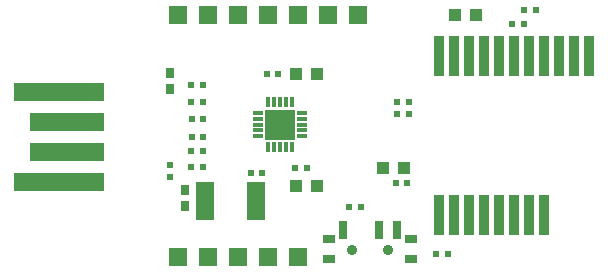
<source format=gbr>
%FSLAX25Y25*%
%MOIN*%
G04 EasyPC Gerber Version 18.0.8 Build 3632 *
%ADD113R,0.01200X0.03200*%
%ADD106R,0.02400X0.02400*%
%ADD108R,0.02756X0.05906*%
%ADD118R,0.02800X0.03500*%
%ADD104R,0.03200X0.13200*%
%ADD116R,0.06000X0.12800*%
%ADD119R,0.06000X0.06000*%
%ADD115R,0.10000X0.10000*%
%ADD109C,0.03543*%
%ADD114R,0.03200X0.01200*%
%ADD117R,0.02200X0.02000*%
%ADD105R,0.02400X0.02400*%
%ADD110R,0.03937X0.03150*%
%ADD107R,0.04291X0.03937*%
%ADD112R,0.25000X0.06300*%
%ADD111R,0.30000X0.06300*%
X0Y0D02*
D02*
D104*
X145750Y20250D03*
Y73050D03*
X150750Y20250D03*
Y73050D03*
X155750Y20250D03*
Y73050D03*
X160750Y20250D03*
Y73050D03*
X165750Y20250D03*
Y73050D03*
X170750Y20250D03*
Y73050D03*
X175750Y20250D03*
Y73050D03*
X180750Y20250D03*
Y73050D03*
X185750D03*
X190750D03*
X195750D03*
D02*
D105*
X63250Y36250D03*
Y41350D03*
Y57850D03*
Y63350D03*
X63350Y46150D03*
Y52150D03*
X67150Y36250D03*
Y41350D03*
Y57850D03*
Y63350D03*
X67250Y46150D03*
Y52150D03*
X88350Y67150D03*
X92250D03*
X97850Y35650D03*
X101750D03*
X115750Y22650D03*
X119650D03*
X131350Y30650D03*
X131750Y57850D03*
X131850Y53650D03*
X135250Y30650D03*
X135650Y57850D03*
X135750Y53650D03*
X144750Y7150D03*
X148650D03*
X170250Y83850D03*
X174150D03*
X174250Y88350D03*
X178150D03*
D02*
D106*
X56150Y32750D03*
Y36650D03*
D02*
D107*
X98250Y29750D03*
Y67250D03*
X105250Y29750D03*
Y67250D03*
X127250Y35750D03*
X134250D03*
X151250Y86750D03*
X158250D03*
D02*
D108*
X113892Y15140D03*
X125703D03*
X131608D03*
D02*
D109*
X116847Y8266D03*
X128658D03*
D02*
D110*
X108970Y5297D03*
Y12187D03*
X136530Y5297D03*
Y12187D03*
D02*
D111*
X19250Y31250D03*
Y61250D03*
D02*
D112*
X21750Y41250D03*
Y51250D03*
D02*
D113*
X88813Y42776D03*
Y57724D03*
X90781Y42776D03*
Y57724D03*
X92750Y42776D03*
Y57724D03*
X94719Y42776D03*
Y57724D03*
X96687Y42776D03*
Y57724D03*
D02*
D114*
X85276Y46313D03*
Y48281D03*
Y50250D03*
Y52219D03*
Y54187D03*
X100224Y46313D03*
Y48281D03*
Y50250D03*
Y52219D03*
Y54187D03*
D02*
D115*
X92750Y50250D03*
D02*
D116*
X67750Y24750D03*
X84750D03*
D02*
D117*
X82950Y34250D03*
X86750D03*
D02*
D118*
X56250Y62200D03*
Y67300D03*
X61250Y23200D03*
Y28300D03*
D02*
D119*
X58750Y6250D03*
Y86750D03*
X68750Y6250D03*
Y86750D03*
X78750Y6250D03*
Y86750D03*
X88750Y6250D03*
Y86750D03*
X98750Y6250D03*
Y86750D03*
X108750D03*
X118750D03*
X0Y0D02*
M02*

</source>
